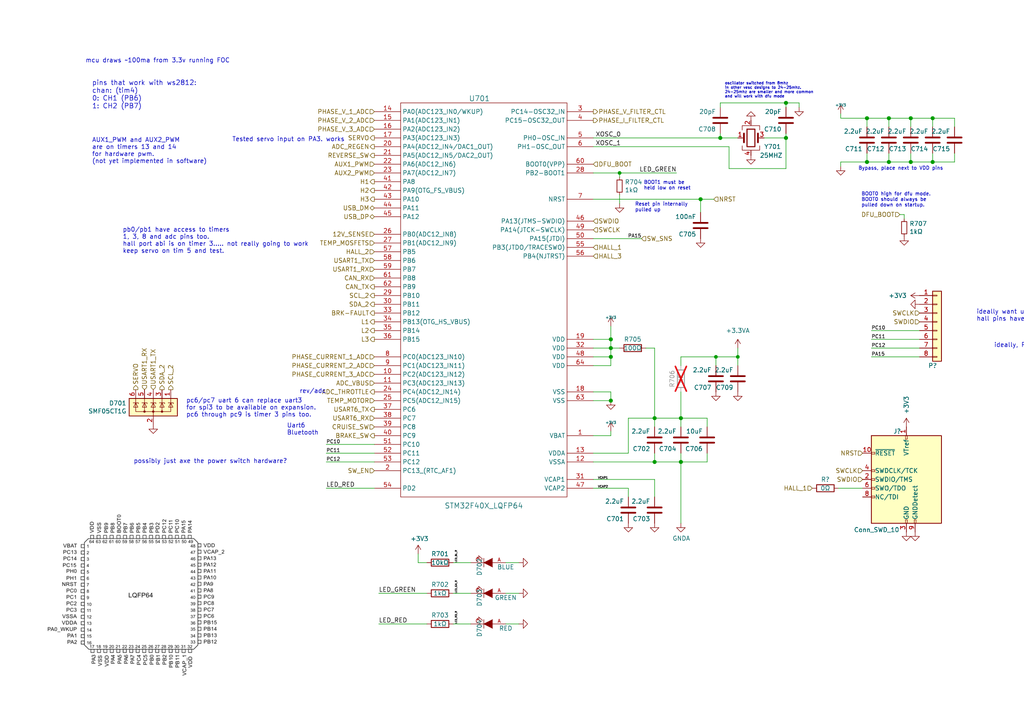
<source format=kicad_sch>
(kicad_sch (version 20230121) (generator eeschema)
  (paper "A4")
  (title_block (title "Moxie-Drive 24, VESC compatable motor controller") (date "2020-07-01") (rev "1.0") (company "Marshall Scholz"))
  (lib_symbols
    (symbol "24_control_board-rescue:+3.3V-power-MoxiE_Control_board-rescue" (power) (pin_names (offset 0))
      (property "Value" "+3.3V-power-MoxiE_Control_board-rescue" (at 0 3.556 0))
      (symbol "+3.3V-power-MoxiE_Control_board-rescue_0_1"
        (polyline (pts (xy -0.762 1.27) (xy 0 2.54)))
        (polyline (pts (xy 0 0) (xy 0 2.54)))
        (polyline (pts (xy 0 2.54) (xy 0.762 1.27)))
      )
      (symbol "+3.3V-power-MoxiE_Control_board-rescue_1_1"
        (pin power_in line (at 0 0 90) (length 0) hide (name "+3V3") (number "1"))
      )
    )
    (symbol "24_control_board-rescue:C-Device-MoxiE_Control_board-rescue" (pin_numbers hide) (pin_names (offset 0.254))
      (property "Reference" "C" (at 0.635 2.54 0))
      (property "Value" "C-Device-MoxiE_Control_board-rescue" (at 0.635 -2.54 0))
      (symbol "C-Device-MoxiE_Control_board-rescue_0_1"
        (polyline (pts (xy -2.032 -0.762) (xy 2.032 -0.762)) (stroke (width 0.508)))
        (polyline (pts (xy -2.032 0.762) (xy 2.032 0.762)) (stroke (width 0.508)))
      )
      (symbol "C-Device-MoxiE_Control_board-rescue_1_1"
        (pin passive line (at 0 3.81 270) (length 2.794) (name "~") (number "1"))
        (pin passive line (at 0 -3.81 90) (length 2.794) (name "~") (number "2"))
      )
    )
    (symbol "24_control_board-rescue:GND-power-MoxiE_Control_board-rescue" (power) (pin_names (offset 0))
      (property "Value" "GND-power-MoxiE_Control_board-rescue" (at 0 -3.81 0))
      (symbol "GND-power-MoxiE_Control_board-rescue_0_1"
        (polyline (pts (xy 0 0) (xy 0 -1.27) (xy 1.27 -1.27) (xy 0 -2.54) (xy -1.27 -1.27) (xy 0 -1.27)))
      )
      (symbol "GND-power-MoxiE_Control_board-rescue_1_1"
        (pin power_in line (at 0 0 270) (length 0) hide (name "GND") (number "1"))
      )
    )
    (symbol "24_control_board-rescue:R-Device-MoxiE_Control_board-rescue" (pin_numbers hide) (pin_names (offset 0))
      (property "Reference" "R" (at 2.032 0 90))
      (property "Value" "R-Device-MoxiE_Control_board-rescue" (at 0 0 90))
      (symbol "R-Device-MoxiE_Control_board-rescue_0_1"
        (rectangle (start -1.016 -2.54) (end 1.016 2.54) (stroke (width 0.254)))
      )
      (symbol "R-Device-MoxiE_Control_board-rescue_1_1"
        (pin passive line (at 0 3.81 270) (length 1.27) (name "~") (number "1"))
        (pin passive line (at 0 -3.81 90) (length 1.27) (name "~") (number "2"))
      )
    )
    (symbol "24_control_board-rescue:pkl_LED-pkl_device" (pin_names hide)
      (property "Reference" "D" (at 0 2.54 0))
      (property "Value" "pkl_LED-pkl_device" (at 0 -2.54 0))
      (symbol "pkl_LED-pkl_device_0_1"
        (polyline (pts (xy 1.27 1.27) (xy 1.27 -1.27)))
        (polyline (pts (xy -1.27 1.27) (xy 1.27 0) (xy -1.27 -1.27)) (fill (type outline)))
        (polyline (pts (xy 1.651 -1.016) (xy 2.794 -2.032) (xy 2.667 -1.397)))
        (polyline (pts (xy 2.032 -0.635) (xy 3.175 -1.651) (xy 3.048 -1.016)))
      )
      (symbol "pkl_LED-pkl_device_1_1"
        (pin passive line (at -5.08 0 0) (length 3.81) (name "A") (number "A"))
        (pin passive line (at 5.08 0 180) (length 3.81) (name "C") (number "C"))
      )
    )
    (symbol "Connector:Conn_ARM_JTAG_SWD_10" (pin_names (offset 1.016))
      (property "Reference" "J" (at -2.54 16.51 0))
      (property "Value" "Conn_ARM_JTAG_SWD_10" (at -2.54 13.97 0))
      (symbol "Conn_ARM_JTAG_SWD_10_0_1"
        (rectangle (start -10.16 12.7) (end 10.16 -12.7) (stroke (width 0.254)) (fill (type background)))
        (rectangle (start -2.794 -12.7) (end -2.286 -11.684))
        (rectangle (start -0.254 -12.7) (end 0.254 -11.684))
        (rectangle (start -0.254 12.7) (end 0.254 11.684))
        (rectangle (start 9.144 2.286) (end 10.16 2.794))
        (rectangle (start 10.16 -2.794) (end 9.144 -2.286))
        (rectangle (start 10.16 -0.254) (end 9.144 0.254))
        (rectangle (start 10.16 7.874) (end 9.144 7.366))
      )
      (symbol "Conn_ARM_JTAG_SWD_10_1_1"
        (rectangle (start 9.144 -5.334) (end 10.16 -4.826))
        (pin power_in line (at 0 15.24 270) (length 2.54) (name "VTref") (number "1"))
        (pin open_collector line (at 12.7 7.62 180) (length 2.54) (name "~{RESET}") (number "10"))
        (pin bidirectional line (at 12.7 0 180) (length 2.54) (name "SWDIO/TMS") (number "2"))
        (pin power_in line (at 0 -15.24 90) (length 2.54) (name "GND") (number "3"))
        (pin output line (at 12.7 2.54 180) (length 2.54) (name "SWDCLK/TCK") (number "4"))
        (pin passive line (at 0 -15.24 90) (length 2.54) hide (name "GND") (number "5"))
        (pin input line (at 12.7 -2.54 180) (length 2.54) (name "SWO/TDO") (number "6"))
        (pin no_connect line (at -10.16 0 0) (length 2.54) hide (name "KEY") (number "7"))
        (pin output line (at 12.7 -5.08 180) (length 2.54) (name "NC/TDI") (number "8"))
        (pin passive line (at -2.54 -15.24 90) (length 2.54) (name "GNDDetect") (number "9"))
      )
    )
    (symbol "Connector_Generic:Conn_01x08" (pin_names hide)
      (property "Reference" "J" (at 0 10.16 0))
      (property "Value" "Conn_01x08" (at 0 -12.7 0))
      (symbol "Conn_01x08_1_1"
        (rectangle (start -1.27 -10.033) (end 0 -10.287) (stroke (width 0.1524)))
        (rectangle (start -1.27 -7.493) (end 0 -7.747) (stroke (width 0.1524)))
        (rectangle (start -1.27 -4.953) (end 0 -5.207) (stroke (width 0.1524)))
        (rectangle (start -1.27 -2.413) (end 0 -2.667) (stroke (width 0.1524)))
        (rectangle (start -1.27 0.127) (end 0 -0.127) (stroke (width 0.1524)))
        (rectangle (start -1.27 2.667) (end 0 2.413) (stroke (width 0.1524)))
        (rectangle (start -1.27 5.207) (end 0 4.953) (stroke (width 0.1524)))
        (rectangle (start -1.27 7.747) (end 0 7.493) (stroke (width 0.1524)))
        (rectangle (start -1.27 8.89) (end 1.27 -11.43) (stroke (width 0.254)) (fill (type background)))
        (pin passive line (at -5.08 7.62 0) (length 3.81) (name "Pin_1") (number "1"))
        (pin passive line (at -5.08 5.08 0) (length 3.81) (name "Pin_2") (number "2"))
        (pin passive line (at -5.08 2.54 0) (length 3.81) (name "Pin_3") (number "3"))
        (pin passive line (at -5.08 0 0) (length 3.81) (name "Pin_4") (number "4"))
        (pin passive line (at -5.08 -2.54 0) (length 3.81) (name "Pin_5") (number "5"))
        (pin passive line (at -5.08 -5.08 0) (length 3.81) (name "Pin_6") (number "6"))
        (pin passive line (at -5.08 -7.62 0) (length 3.81) (name "Pin_7") (number "7"))
        (pin passive line (at -5.08 -10.16 0) (length 3.81) (name "Pin_8") (number "8"))
      )
    )
    (symbol "Device:C" (pin_numbers hide) (pin_names (offset 0.254))
      (property "Reference" "C" (at 0.635 2.54 0))
      (property "Value" "C" (at 0.635 -2.54 0))
      (symbol "C_0_1"
        (polyline (pts (xy -2.032 -0.762) (xy 2.032 -0.762)) (stroke (width 0.508)))
        (polyline (pts (xy -2.032 0.762) (xy 2.032 0.762)) (stroke (width 0.508)))
      )
      (symbol "C_1_1"
        (pin passive line (at 0 3.81 270) (length 2.794) (name "~") (number "1"))
        (pin passive line (at 0 -3.81 90) (length 2.794) (name "~") (number "2"))
      )
    )
    (symbol "Device:Crystal_GND24" (pin_names (offset 1.016) hide)
      (property "Reference" "Y" (at 3.175 5.08 0))
      (property "Value" "Crystal_GND24" (at 3.175 3.175 0))
      (symbol "Crystal_GND24_0_1"
        (rectangle (start -1.143 2.54) (end 1.143 -2.54) (stroke (width 0.3048)))
        (polyline (pts (xy -2.54 0) (xy -2.032 0)))
        (polyline (pts (xy -2.032 -1.27) (xy -2.032 1.27)) (stroke (width 0.508)))
        (polyline (pts (xy 0 -3.81) (xy 0 -3.556)))
        (polyline (pts (xy 0 3.556) (xy 0 3.81)))
        (polyline (pts (xy 2.032 -1.27) (xy 2.032 1.27)) (stroke (width 0.508)))
        (polyline (pts (xy 2.032 0) (xy 2.54 0)))
        (polyline (pts (xy -2.54 -2.286) (xy -2.54 -3.556) (xy 2.54 -3.556) (xy 2.54 -2.286)))
        (polyline (pts (xy -2.54 2.286) (xy -2.54 3.556) (xy 2.54 3.556) (xy 2.54 2.286)))
      )
      (symbol "Crystal_GND24_1_1"
        (pin passive line (at -3.81 0 0) (length 1.27) (name "1") (number "1"))
        (pin passive line (at 0 5.08 270) (length 1.27) (name "2") (number "2"))
        (pin passive line (at 3.81 0 180) (length 1.27) (name "3") (number "3"))
        (pin passive line (at 0 -5.08 90) (length 1.27) (name "4") (number "4"))
      )
    )
    (symbol "Device:R_Small" (pin_numbers hide) (pin_names (offset 0.254) hide)
      (property "Reference" "R" (at 0.762 0.508 0))
      (property "Value" "R_Small" (at 0.762 -1.016 0))
      (symbol "R_Small_0_1"
        (rectangle (start -0.762 1.778) (end 0.762 -1.778) (stroke (width 0.2032)))
      )
      (symbol "R_Small_1_1"
        (pin passive line (at 0 2.54 270) (length 0.762) (name "~") (number "1"))
        (pin passive line (at 0 -2.54 90) (length 0.762) (name "~") (number "2"))
      )
    )
    (symbol "MoxiE_drive_symbol_lib:STM32F40X_LQFP64"
      (property "Reference" "U" (at -1.27 58.42 0))
      (property "Value" "STM32F40X_LQFP64" (at 0 -59.69 0))
      (symbol "STM32F40X_LQFP64_0_1"
        (rectangle (start -24.13 57.15) (end 24.13 -57.15))
      )
      (symbol "STM32F40X_LQFP64_1_1"
        (pin power_in line (at 31.75 -39.37 180) (length 7.62) (name "VBAT") (number "1"))
        (pin bidirectional line (at -31.75 -21.59 0) (length 7.62) (name "PC2(ADC123_IN12)") (number "10"))
        (pin bidirectional line (at -31.75 -24.13 0) (length 7.62) (name "PC3(ADC123_IN13)") (number "11"))
        (pin power_in line (at 31.75 -46.99 180) (length 7.62) (name "VSSA") (number "12"))
        (pin power_in line (at 31.75 -44.45 180) (length 7.62) (name "VDDA") (number "13"))
        (pin bidirectional line (at -31.75 54.61 0) (length 7.62) (name "PA0(ADC123_IN0/WKUP)") (number "14"))
        (pin bidirectional line (at -31.75 52.07 0) (length 7.62) (name "PA1(ADC123_IN1)") (number "15"))
        (pin bidirectional line (at -31.75 49.53 0) (length 7.62) (name "PA2(ADC123_IN2)") (number "16"))
        (pin bidirectional line (at -31.75 46.99 0) (length 7.62) (name "PA3(ADC123_IN3)") (number "17"))
        (pin power_in line (at 31.75 -26.67 180) (length 7.62) (name "VSS") (number "18"))
        (pin power_in line (at 31.75 -11.43 180) (length 7.62) (name "VDD") (number "19"))
        (pin bidirectional line (at -31.75 -49.53 0) (length 7.62) (name "PC13_(RTC_AF1)") (number "2"))
        (pin bidirectional line (at -31.75 44.45 0) (length 7.62) (name "PA4(ADC12_IN4/DAC1_OUT)") (number "20"))
        (pin bidirectional line (at -31.75 41.91 0) (length 7.62) (name "PA5(ADC12_IN5/DAC2_OUT)") (number "21"))
        (pin bidirectional line (at -31.75 39.37 0) (length 7.62) (name "PA6(ADC12_IN6)") (number "22"))
        (pin bidirectional line (at -31.75 36.83 0) (length 7.62) (name "PA7(ADC12_IN7)") (number "23"))
        (pin bidirectional line (at -31.75 -26.67 0) (length 7.62) (name "PC4(ADC12_IN14)") (number "24"))
        (pin bidirectional line (at -31.75 -29.21 0) (length 7.62) (name "PC5(ADC12_IN15)") (number "25"))
        (pin bidirectional line (at -31.75 19.05 0) (length 7.62) (name "PB0(ADC12_IN8)") (number "26"))
        (pin bidirectional line (at -31.75 16.51 0) (length 7.62) (name "PB1(ADC12_IN9)") (number "27"))
        (pin bidirectional line (at 31.75 36.83 180) (length 7.62) (name "PB2-BOOT1") (number "28"))
        (pin bidirectional line (at -31.75 1.27 0) (length 7.62) (name "PB10") (number "29"))
        (pin bidirectional line (at 31.75 54.61 180) (length 7.62) (name "PC14-OSC32_IN") (number "3"))
        (pin bidirectional line (at -31.75 -1.27 0) (length 7.62) (name "PB11") (number "30"))
        (pin power_out line (at 31.75 -52.07 180) (length 7.62) (name "VCAP1") (number "31"))
        (pin power_in line (at 31.75 -13.97 180) (length 7.62) (name "VDD") (number "32"))
        (pin bidirectional line (at -31.75 -3.81 0) (length 7.62) (name "PB12") (number "33"))
        (pin bidirectional line (at -31.75 -6.35 0) (length 7.62) (name "PB13(OTG_HS_VBUS)") (number "34"))
        (pin bidirectional line (at -31.75 -8.89 0) (length 7.62) (name "PB14") (number "35"))
        (pin bidirectional line (at -31.75 -11.43 0) (length 7.62) (name "PB15") (number "36"))
        (pin bidirectional line (at -31.75 -31.75 0) (length 7.62) (name "PC6") (number "37"))
        (pin bidirectional line (at -31.75 -34.29 0) (length 7.62) (name "PC7") (number "38"))
        (pin bidirectional line (at -31.75 -36.83 0) (length 7.62) (name "PC8") (number "39"))
        (pin power_in line (at 31.75 52.07 180) (length 7.62) (name "PC15-OSC32_OUT") (number "4"))
        (pin bidirectional line (at -31.75 -39.37 0) (length 7.62) (name "PC9") (number "40"))
        (pin bidirectional line (at -31.75 34.29 0) (length 7.62) (name "PA8") (number "41"))
        (pin bidirectional line (at -31.75 31.75 0) (length 7.62) (name "PA9(OTG_FS_VBUS)") (number "42"))
        (pin bidirectional line (at -31.75 29.21 0) (length 7.62) (name "PA10") (number "43"))
        (pin bidirectional line (at -31.75 26.67 0) (length 7.62) (name "PA11") (number "44"))
        (pin bidirectional line (at -31.75 24.13 0) (length 7.62) (name "PA12") (number "45"))
        (pin bidirectional line (at 31.75 22.86 180) (length 7.62) (name "PA13(JTMS-SWDIO)") (number "46"))
        (pin power_out line (at 31.75 -54.61 180) (length 7.62) (name "VCAP2") (number "47"))
        (pin power_in line (at 31.75 -16.51 180) (length 7.62) (name "VDD") (number "48"))
        (pin bidirectional line (at 31.75 20.32 180) (length 7.62) (name "PA14(JTCK-SWCLK)") (number "49"))
        (pin bidirectional line (at 31.75 46.99 180) (length 7.62) (name "PH0-OSC_IN") (number "5"))
        (pin bidirectional line (at 31.75 17.78 180) (length 7.62) (name "PA15(JTDI)") (number "50"))
        (pin bidirectional line (at -31.75 -41.91 0) (length 7.62) (name "PC10") (number "51"))
        (pin bidirectional line (at -31.75 -44.45 0) (length 7.62) (name "PC11") (number "52"))
        (pin bidirectional line (at -31.75 -46.99 0) (length 7.62) (name "PC12") (number "53"))
        (pin bidirectional line (at -31.75 -54.61 0) (length 7.62) (name "PD2") (number "54"))
        (pin bidirectional line (at 31.75 15.24 180) (length 7.62) (name "PB3(JTDO/TRACESWO)") (number "55"))
        (pin bidirectional line (at 31.75 12.7 180) (length 7.62) (name "PB4(NJTRST)") (number "56"))
        (pin bidirectional line (at -31.75 13.97 0) (length 7.62) (name "PB5") (number "57"))
        (pin bidirectional line (at -31.75 11.43 0) (length 7.62) (name "PB6") (number "58"))
        (pin bidirectional line (at -31.75 8.89 0) (length 7.62) (name "PB7") (number "59"))
        (pin bidirectional line (at 31.75 44.45 180) (length 7.62) (name "PH1-OSC_OUT") (number "6"))
        (pin input line (at 31.75 39.37 180) (length 7.62) (name "BOOT0(VPP)") (number "60"))
        (pin bidirectional line (at -31.75 6.35 0) (length 7.62) (name "PB8") (number "61"))
        (pin bidirectional line (at -31.75 3.81 0) (length 7.62) (name "PB9") (number "62"))
        (pin power_in line (at 31.75 -29.21 180) (length 7.62) (name "VSS") (number "63"))
        (pin power_in line (at 31.75 -19.05 180) (length 7.62) (name "VDD") (number "64"))
        (pin bidirectional line (at 31.75 29.21 180) (length 7.62) (name "NRST") (number "7"))
        (pin bidirectional line (at -31.75 -16.51 0) (length 7.62) (name "PC0(ADC123_IN10)") (number "8"))
        (pin bidirectional line (at -31.75 -19.05 0) (length 7.62) (name "PC1(ADC123_IN11)") (number "9"))
      )
    )
    (symbol "Power_Protection:SP0505BAHT" (pin_names hide)
      (property "Reference" "D" (at 7.62 2.54 0))
      (property "Value" "SP0505BAHT" (at 7.62 0.635 0))
      (symbol "SP0505BAHT_0_0"
        (pin passive line (at 0 -5.08 90) (length 2.54) (name "A") (number "2"))
      )
      (symbol "SP0505BAHT_0_1"
        (rectangle (start -6.985 2.54) (end 6.985 -2.54) (stroke (width 0.254)) (fill (type background)))
        (circle (center -2.54 -1.27) (radius 0.254) (fill (type outline)))
        (circle (center 0 -1.27) (radius 0.254) (fill (type outline)))
        (polyline (pts (xy -5.08 2.54) (xy -5.08 1.27)))
        (polyline (pts (xy -2.54 2.54) (xy -2.54 1.27)))
        (polyline (pts (xy 0 -1.27) (xy 0 -2.54)))
        (polyline (pts (xy 0 -1.27) (xy 0 1.27)))
        (polyline (pts (xy 0 2.54) (xy 0 1.27)))
        (polyline (pts (xy 0.635 1.27) (xy 0.762 1.27)))
        (polyline (pts (xy 2.54 2.54) (xy 2.54 1.27)))
        (polyline (pts (xy 5.08 2.54) (xy 5.08 1.27)))
        (polyline (pts (xy -5.08 1.27) (xy -5.08 -1.27) (xy -2.54 -1.27)))
        (polyline (pts (xy 0.635 1.27) (xy -0.762 1.27) (xy -0.762 1.016)))
        (polyline (pts (xy 5.08 1.27) (xy 5.08 -1.27) (xy 2.54 -1.27)))
        (polyline (pts (xy -5.842 1.016) (xy -5.842 1.27) (xy -4.445 1.27) (xy -4.318 1.27)))
        (polyline (pts (xy -5.08 1.27) (xy -4.445 0) (xy -5.715 0) (xy -5.08 1.27)))
        (polyline (pts (xy -3.302 1.016) (xy -3.302 1.27) (xy -1.905 1.27) (xy -1.778 1.27)))
        (polyline (pts (xy -2.54 1.27) (xy -2.54 -1.27) (xy 2.54 -1.27) (xy 2.54 1.27)))
        (polyline (pts (xy -2.54 1.27) (xy -1.905 0) (xy -3.175 0) (xy -2.54 1.27)))
        (polyline (pts (xy 0.635 0) (xy -0.635 0) (xy 0 1.27) (xy 0.635 0)))
        (polyline (pts (xy 1.778 1.016) (xy 1.778 1.27) (xy 3.175 1.27) (xy 3.302 1.27)))
        (polyline (pts (xy 2.54 1.27) (xy 1.905 0) (xy 3.175 0) (xy 2.54 1.27)))
        (polyline (pts (xy 4.318 1.016) (xy 4.318 1.27) (xy 5.715 1.27) (xy 5.842 1.27)))
        (polyline (pts (xy 5.08 1.27) (xy 4.445 0) (xy 5.715 0) (xy 5.08 1.27)))
        (circle (center 2.54 -1.27) (radius 0.254) (fill (type outline)))
      )
      (symbol "SP0505BAHT_1_1"
        (pin passive line (at -5.08 5.08 270) (length 2.54) (name "K") (number "1"))
        (pin passive line (at -2.54 5.08 270) (length 2.54) (name "K") (number "3"))
        (pin passive line (at 0 5.08 270) (length 2.54) (name "K") (number "4"))
        (pin passive line (at 2.54 5.08 270) (length 2.54) (name "K") (number "5"))
        (pin passive line (at 5.08 5.08 270) (length 2.54) (name "K") (number "6"))
      )
    )
    (symbol "power:+3.3VA" (power) (pin_names (offset 0))
      (property "Value" "+3.3VA" (at 0 3.556 0))
      (symbol "+3.3VA_0_1"
        (polyline (pts (xy -0.762 1.27) (xy 0 2.54)))
        (polyline (pts (xy 0 0) (xy 0 2.54)))
        (polyline (pts (xy 0 2.54) (xy 0.762 1.27)))
      )
      (symbol "+3.3VA_1_1"
        (pin power_in line (at 0 0 90) (length 0) hide (name "+3.3VA") (number "1"))
      )
    )
    (symbol "power:GNDA" (power) (pin_names (offset 0))
      (property "Value" "GNDA" (at 0 -3.81 0))
      (symbol "GNDA_0_1"
        (polyline (pts (xy 0 0) (xy 0 -1.27) (xy 1.27 -1.27) (xy 0 -2.54) (xy -1.27 -1.27) (xy 0 -1.27)))
      )
      (symbol "GNDA_1_1"
        (pin power_in line (at 0 0 270) (length 0) hide (name "GNDA") (number "1"))
      )
    )
  )
  (junction (at 208.915 40.005) (diameter 1.016))
  (junction (at 257.81 34.29) (diameter 1.016))
  (junction (at 270.51 34.29) (diameter 1.016))
  (junction (at 189.865 121.285) (diameter 1.016))
  (junction (at 177.165 98.425) (diameter 1.016))
  (junction (at 177.165 116.205) (diameter 1.016))
  (junction (at 189.865 133.985) (diameter 1.016))
  (junction (at 251.46 34.29) (diameter 1.016))
  (junction (at 207.645 103.505))
  (junction (at 227.965 29.845) (diameter 1.016))
  (junction (at 197.485 133.985) (diameter 1.016))
  (junction (at 177.165 103.505) (diameter 1.016))
  (junction (at 227.965 40.005) (diameter 1.016))
  (junction (at 251.46 46.99) (diameter 1.016))
  (junction (at 257.81 46.99) (diameter 1.016))
  (junction (at 264.16 46.99) (diameter 1.016))
  (junction (at 177.165 100.965) (diameter 1.016))
  (junction (at 270.51 46.99) (diameter 1.016))
  (junction (at 179.705 50.165))
  (junction (at 197.485 121.285) (diameter 1.016))
  (junction (at 213.995 103.505))
  (junction (at 203.2 57.785) (diameter 1.016))
  (junction (at 264.16 34.29) (diameter 1.016))
  (wire (pts (xy 251.46 34.29) (xy 257.81 34.29)))
  (wire (pts (xy 187.325 100.965) (xy 189.865 100.965)))
  (wire (pts (xy 264.16 46.99) (xy 270.51 46.99)))
  (wire (pts (xy 189.865 139.065) (xy 189.865 144.145)))
  (wire (pts (xy 189.865 131.445) (xy 189.865 133.985)))
  (wire (pts (xy 108.585 131.445) (xy 94.615 131.445)))
  (wire (pts (xy 172.085 40.005) (xy 208.915 40.005)))
  (wire (pts (xy 197.485 133.985) (xy 197.485 151.765)))
  (wire (pts (xy 227.965 40.005) (xy 227.965 48.895)))
  (wire (pts (xy 203.2 57.785) (xy 207.01 57.785)))
  (wire (pts (xy 250.19 141.605) (xy 243.205 141.605)))
  (wire (pts (xy 136.525 172.085) (xy 131.445 172.085)))
  (wire (pts (xy 172.085 141.605) (xy 182.245 141.605)))
  (wire (pts (xy 197.485 131.445) (xy 197.485 133.985)))
  (wire (pts (xy 227.965 48.895) (xy 211.455 48.895)))
  (wire (pts (xy 177.165 126.365) (xy 177.165 125.095)))
  (wire (pts (xy 264.16 46.99) (xy 264.16 44.45)))
  (wire (pts (xy 172.085 42.545) (xy 211.455 42.545)))
  (wire (pts (xy 177.165 100.965) (xy 177.165 103.505)))
  (wire (pts (xy 205.105 121.285) (xy 197.485 121.285)))
  (wire (pts (xy 150.495 172.085) (xy 146.685 172.085)))
  (wire (pts (xy 197.485 133.985) (xy 205.105 133.985)))
  (wire (pts (xy 276.86 46.99) (xy 276.86 44.45)))
  (wire (pts (xy 262.255 62.23) (xy 262.255 63.5)))
  (wire (pts (xy 172.085 50.165) (xy 179.705 50.165)))
  (wire (pts (xy 182.245 121.285) (xy 182.245 131.445)))
  (wire (pts (xy 227.965 29.845) (xy 227.965 31.115)))
  (wire (pts (xy 146.685 163.195) (xy 150.495 163.195)))
  (wire (pts (xy 270.51 34.29) (xy 270.51 36.83)))
  (wire (pts (xy 182.245 141.605) (xy 182.245 144.145)))
  (wire (pts (xy 197.485 103.505) (xy 197.485 106.045)))
  (wire (pts (xy 177.165 103.505) (xy 177.165 106.045)))
  (wire (pts (xy 205.105 133.985) (xy 205.105 131.445)))
  (wire (pts (xy 182.245 121.285) (xy 189.865 121.285)))
  (wire (pts (xy 177.165 103.505) (xy 172.085 103.505)))
  (wire (pts (xy 172.085 126.365) (xy 177.165 126.365)))
  (wire (pts (xy 257.81 46.99) (xy 257.81 44.45)))
  (wire (pts (xy 260.985 62.23) (xy 262.255 62.23)))
  (wire (pts (xy 257.81 46.99) (xy 264.16 46.99)))
  (wire (pts (xy 266.7 100.965) (xy 252.73 100.965)))
  (wire (pts (xy 182.245 131.445) (xy 172.085 131.445)))
  (wire (pts (xy 257.81 34.29) (xy 257.81 36.83)))
  (wire (pts (xy 270.51 46.99) (xy 276.86 46.99)))
  (wire (pts (xy 172.085 133.985) (xy 189.865 133.985)))
  (wire (pts (xy 243.84 46.99) (xy 251.46 46.99)))
  (wire (pts (xy 243.84 48.26) (xy 243.84 46.99)))
  (wire (pts (xy 197.485 113.665) (xy 197.485 121.285)))
  (wire (pts (xy 227.965 29.845) (xy 231.775 29.845)))
  (wire (pts (xy 177.165 113.665) (xy 177.165 116.205)))
  (wire (pts (xy 208.915 31.115) (xy 208.915 29.845)))
  (wire (pts (xy 150.495 180.975) (xy 146.685 180.975)))
  (wire (pts (xy 221.615 40.005) (xy 227.965 40.005)))
  (wire (pts (xy 207.645 103.505) (xy 207.645 106.045)))
  (wire (pts (xy 243.84 34.29) (xy 251.46 34.29)))
  (wire (pts (xy 172.085 116.205) (xy 177.165 116.205)))
  (wire (pts (xy 177.165 94.615) (xy 177.165 98.425)))
  (wire (pts (xy 207.645 103.505) (xy 197.485 103.505)))
  (wire (pts (xy 172.085 113.665) (xy 177.165 113.665)))
  (wire (pts (xy 251.46 44.45) (xy 251.46 46.99)))
  (wire (pts (xy 251.46 34.29) (xy 251.46 36.83)))
  (wire (pts (xy 136.525 180.975) (xy 131.445 180.975)))
  (wire (pts (xy 172.085 139.065) (xy 189.865 139.065)))
  (wire (pts (xy 211.455 48.895) (xy 211.455 42.545)))
  (wire (pts (xy 108.585 141.605) (xy 94.615 141.605)))
  (wire (pts (xy 251.46 46.99) (xy 257.81 46.99)))
  (wire (pts (xy 213.995 103.505) (xy 213.995 106.045)))
  (wire (pts (xy 177.165 100.965) (xy 172.085 100.965)))
  (wire (pts (xy 270.51 34.29) (xy 276.86 34.29)))
  (wire (pts (xy 179.705 50.165) (xy 196.215 50.165)))
  (wire (pts (xy 243.84 33.02) (xy 243.84 34.29)))
  (wire (pts (xy 203.2 61.595) (xy 203.2 57.785)))
  (wire (pts (xy 208.915 40.005) (xy 213.995 40.005)))
  (wire (pts (xy 270.51 46.99) (xy 270.51 44.45)))
  (wire (pts (xy 123.825 180.975) (xy 109.855 180.975)))
  (wire (pts (xy 197.485 121.285) (xy 197.485 123.825)))
  (wire (pts (xy 108.585 133.985) (xy 94.615 133.985)))
  (wire (pts (xy 189.865 133.985) (xy 197.485 133.985)))
  (wire (pts (xy 172.085 98.425) (xy 177.165 98.425)))
  (wire (pts (xy 227.965 38.735) (xy 227.965 40.005)))
  (wire (pts (xy 189.865 121.285) (xy 197.485 121.285)))
  (wire (pts (xy 179.705 56.515) (xy 179.705 59.055)))
  (wire (pts (xy 205.105 123.825) (xy 205.105 121.285)))
  (wire (pts (xy 179.705 50.165) (xy 179.705 51.435)))
  (wire (pts (xy 121.285 163.195) (xy 121.285 160.655)))
  (wire (pts (xy 123.825 163.195) (xy 121.285 163.195)))
  (wire (pts (xy 266.7 103.505) (xy 252.73 103.505)))
  (wire (pts (xy 189.865 123.825) (xy 189.865 121.285)))
  (wire (pts (xy 189.865 100.965) (xy 189.865 121.285)))
  (wire (pts (xy 177.165 98.425) (xy 177.165 100.965)))
  (wire (pts (xy 108.585 128.905) (xy 94.615 128.905)))
  (wire (pts (xy 213.995 103.505) (xy 207.645 103.505)))
  (wire (pts (xy 109.855 172.085) (xy 123.825 172.085)))
  (wire (pts (xy 208.915 29.845) (xy 227.965 29.845)))
  (wire (pts (xy 257.81 34.29) (xy 264.16 34.29)))
  (wire (pts (xy 213.995 100.965) (xy 213.995 103.505)))
  (wire (pts (xy 276.86 34.29) (xy 276.86 36.83)))
  (wire (pts (xy 266.7 98.425) (xy 252.73 98.425)))
  (wire (pts (xy 266.7 95.885) (xy 252.73 95.885)))
  (wire (pts (xy 131.445 163.195) (xy 136.525 163.195)))
  (wire (pts (xy 177.165 106.045) (xy 172.085 106.045)))
  (wire (pts (xy 172.085 57.785) (xy 203.2 57.785)))
  (wire (pts (xy 177.165 100.965) (xy 179.705 100.965)))
  (wire (pts (xy 208.915 38.735) (xy 208.915 40.005)))
  (wire (pts (xy 264.16 34.29) (xy 264.16 36.83)))
  (wire (pts (xy 231.775 29.845) (xy 231.775 31.115)))
  (wire (pts (xy 264.16 34.29) (xy 270.51 34.29)))
  (wire (pts (xy 172.085 69.215) (xy 186.055 69.215)))
  (image (at 39.37 172.72))
  (text "rev/adc" (at 94.615 114.3 0) (effects (font (size 1.27 1.27)) (justify right bottom)))
  (text "pb0/pb1 have access to timers \n1, 3, 8 and adc pins too.\nhall port abi is on timer 3..... not really going to work\nkeep servo on tim 5 and test." (at 35.56 73.66 0) (effects (font (size 1.27 1.27)) (justify left bottom)))
  (text "Tested servo input on PA3. works" (at 67.31 41.275 0) (effects (font (size 1.27 1.27)) (justify left bottom)))
  (text "ideally, PA15, PC10,PC11, PC12 are unused i/o" (at 288.29 100.965 0) (effects (font (size 1.27 1.27)) (justify left bottom)))
  (text "Bypass, place next to VDD pins" (at 248.92 49.53 0) (effects (font (size 1.016 1.016)) (justify left bottom)))
  (text "mcu draws ~100ma from 3.3v running FOC\n" (at 24.765 18.415 0) (effects (font (size 1.27 1.27)) (justify left bottom)))
  (text "external pin multifunction list:\n- servo: tim9, adc\n- rev_sw: i/o, adc, dac\n- regen/rev: adc, dac\n- uart and spi ports: all can generally do uart or i2c. \n\ntim1: motor pwm\ntim2: chibios systick\ntim3: encoder ABI\ntim4: wled\ntim5: servo\ntim8: adc sync motor pwm\ntim13: aux pwm\ntim14: aux pwm" (at 300.99 60.325 0) (effects (font (size 1.27 1.27)) (justify left bottom)))
  (text "BOOT0 high for dfu mode.\nBOOT0 should always be \npulled down on startup." (at 249.809 60.198 0) (effects (font (size 1 1)) (justify left bottom)))
  (text "BOOT1 must be\nheld low on reset" (at 186.69 55.245 0) (effects (font (size 1 1)) (justify left bottom)))
  (text "Reset pin internally\npulled up" (at 184.15 61.595 0) (effects (font (size 1.016 1.016)) (justify left bottom)))
  (text "pc6/pc7 uart 6 can replace uart3 \nfor spi3 to be available on expansion.\npc6 through pc9 is timer 3 pins too.\n\n" (at 53.975 123.19 0) (effects (font (size 1.27 1.27)) (justify left bottom)))
  (text "possibly just axe the power switch hardware?" (at 38.735 134.62 0) (effects (font (size 1.27 1.27)) (justify left bottom)))
  (text "oscillator switched from 8mhz\nin other vesc designs to 24-25mhz.\n24-25mhz are smaller and more common\nand will work with dfu mode" (at 210.185 28.575 0) (effects (font (size 0.7874 0.7874)) (justify left bottom)))
  (text "pins that work with ws2812:\nchan: (tim4)\n0: CH1 (PB6) \n1: CH2 (PB7)" (at 26.67 31.75 0) (effects (font (size 1.397 1.397)) (justify left bottom)))
  (text "Uart6\nBluetooth" (at 83.185 126.365 0) (effects (font (size 1.27 1.27)) (justify left bottom)))
  (text "ideally want unused IO to have access to a hardware SPI port.\nhall pins have both spi1 and spi3. so ant spi port probably works. can just use other." (at 283.21 93.345 0) (effects (font (size 1.27 1.27)) (justify left bottom)))
  (text "AUX1_PWM and AUX2_PWM\nare on timers 13 and 14\nfor hardware pwm.\n(not yet implemented in software)" (at 26.67 47.625 0) (effects (font (size 1.27 1.27)) (justify left bottom)))
  (label "LED_GREEN" (at 196.215 50.165 180))
  (label "PC12" (at 252.73 100.965 0) (effects (font (size 1 1))))
  (label "PA15" (at 252.73 103.505 0) (effects (font (size 1 1))))
  (label "PC10" (at 252.73 95.885 0) (effects (font (size 1 1))))
  (label "VCAP2" (at 173.355 141.605 0) (effects (font (size 0.6096 0.6096))))
  (label "PC11" (at 94.615 131.445 0) (effects (font (size 1 1))))
  (label "PC12" (at 94.615 133.985 0) (effects (font (size 1 1))))
  (label "PA15" (at 186.055 69.215 180) (effects (font (size 1 1))))
  (label "XOSC_1" (at 172.72 42.545 0))
  (label "XOSC_0" (at 172.72 40.005 0))
  (label "LED_RD_R" (at 132.715 180.975 90) (effects (font (size 0.508 0.508))))
  (label "LED_RED" (at 109.855 180.975 0))
  (label "VCAP1" (at 173.355 139.065 0) (effects (font (size 0.6096 0.6096))))
  (label "LED_GREEN" (at 109.855 172.085 0))
  (label "PC10" (at 94.615 128.905 0) (effects (font (size 1 1))))
  (label "LED_BL_R" (at 132.715 163.195 90) (effects (font (size 0.508 0.508))))
  (label "LED_GN_R" (at 132.715 172.085 90) (effects (font (size 0.508 0.508))))
  (label "PC11" (at 252.73 98.425 0) (effects (font (size 1 1))))
  (label "LED_RED" (at 94.615 141.605 0))
  (hierarchical_label "PHASE_V_2_ADC" (shape input) (at 108.585 34.925 180))
  (hierarchical_label "SERVO" (shape output) (at 108.585 40.005 180))
  (hierarchical_label "PHASE_I_FILTER_CTL" (shape output) (at 172.085 34.925 0))
  (hierarchical_label "SWDIO" (shape input) (at 172.085 64.135 0))
  (hierarchical_label "SW_SNS" (shape input) (at 186.055 69.215 0))
  (hierarchical_label "ADC_THROTTLE" (shape output) (at 108.585 113.665 180))
  (hierarchical_label "CAN_RX" (shape input) (at 108.585 80.645 180))
  (hierarchical_label "H2" (shape output) (at 108.585 55.245 180))
  (hierarchical_label "L2" (shape output) (at 108.585 95.885 180))
  (hierarchical_label "PHASE_CURRENT_1_ADC" (shape input) (at 108.585 103.505 180))
  (hierarchical_label "SWDIO" (shape input) (at 250.19 139.065 180))
  (hierarchical_label "USART1_TX" (shape input) (at 44.45 113.03 90))
  (hierarchical_label "AUX2_PWM" (shape input) (at 108.585 50.165 180))
  (hierarchical_label "PHASE_V_1_ADC" (shape input) (at 108.585 32.385 180))
  (hierarchical_label "BRK-FAULT" (shape output) (at 108.585 90.805 180))
  (hierarchical_label "USART1_RX" (shape input) (at 41.91 113.03 90))
  (hierarchical_label "HALL_2" (shape input) (at 108.585 73.025 180))
  (hierarchical_label "HALL_3" (shape input) (at 172.085 74.295 0))
  (hierarchical_label "HALL_1" (shape input) (at 235.585 141.605 180))
  (hierarchical_label "SCL_2" (shape output) (at 108.585 85.725 180))
  (hierarchical_label "PHASE_CURRENT_3_ADC" (shape input) (at 108.585 108.585 180))
  (hierarchical_label "PHASE_V_FILTER_CTL" (shape output) (at 172.085 32.385 0))
  (hierarchical_label "SDA_2" (shape output) (at 108.585 88.265 180))
  (hierarchical_label "12V_SENSE" (shape input) (at 108.585 67.945 180))
  (hierarchical_label "SDA_2" (shape output) (at 46.99 113.03 90))
  (hierarchical_label "H3" (shape output) (at 108.585 57.785 180))
  (hierarchical_label "USART1_RX" (shape input) (at 108.585 78.105 180))
  (hierarchical_label "ADC_VBUS" (shape input) (at 108.585 111.125 180))
  (hierarchical_label "NRST" (shape input) (at 250.19 131.445 180))
  (hierarchical_label "USB_DM" (shape bidirectional) (at 108.585 60.325 180))
  (hierarchical_label "REVERSE_SW" (shape output) (at 108.585 45.085 180))
  (hierarchical_label "SCL_2" (shape output) (at 49.53 113.03 90))
  (hierarchical_label "TEMP_MOTOR" (shape input) (at 108.585 116.205 180))
  (hierarchical_label "AUX1_PWM" (shape input) (at 108.585 47.625 180))
  (hierarchical_label "PHASE_CURRENT_2_ADC" (shape input) (at 108.585 106.045 180))
  (hierarchical_label "DFU_BOOT" (shape input) (at 260.985 62.23 180))
  (hierarchical_label "SWCLK" (shape input) (at 266.7 90.805 180))
  (hierarchical_label "L1" (shape output) (at 108.585 93.345 180))
  (hierarchical_label "USART1_TX" (shape input) (at 108.585 75.565 180))
  (hierarchical_label "SWCLK" (shape input) (at 250.19 136.525 180))
  (hierarchical_label "ADC_REGEN" (shape output) (at 108.585 42.545 180))
  (hierarchical_label "HALL_1" (shape input) (at 172.085 71.755 0))
  (hierarchical_label "NRST" (shape input) (at 207.01 57.785 0))
  (hierarchical_label "BRAKE_SW" (shape output) (at 108.585 126.365 180))
  (hierarchical_label "SW_EN" (shape input) (at 108.585 136.525 180))
  (hierarchical_label "CRUISE_SW" (shape input) (at 108.585 123.825 180) (effects (font (size 1.2954 1.2954))))
  (hierarchical_label "DFU_BOOT" (shape input) (at 172.085 47.625 0))
  (hierarchical_label "SWDIO" (shape input) (at 266.7 93.345 180))
  (hierarchical_label "SWCLK" (shape input) (at 172.085 66.675 0))
  (hierarchical_label "USART6_TX" (shape output) (at 108.585 118.745 180))
  (hierarchical_label "CAN_TX" (shape output) (at 108.585 83.185 180))
  (hierarchical_label "PHASE_V_3_ADC" (shape input) (at 108.585 37.465 180))
  (hierarchical_label "TEMP_MOSFETS" (shape input) (at 108.585 70.485 180))
  (hierarchical_label "SERVO" (shape output) (at 39.37 113.03 90))
  (hierarchical_label "USART6_RX" (shape input) (at 108.585 121.285 180))
  (hierarchical_label "USB_DP" (shape bidirectional) (at 108.585 62.865 180))
  (hierarchical_label "L3" (shape output) (at 108.585 98.425 180))
  (hierarchical_label "H1" (shape output) (at 108.585 52.705 180))
  (symbol (lib_id "MoxiE_drive_symbol_lib:STM32F40X_LQFP64") (at 140.335 86.995 0) (unit 1)
    (property "Reference" "U701" (at 139.065 28.575 0) (effects (font (size 1.524 1.524))))
    (property "Value" "STM32F40X_LQFP64" (at 140.335 146.685 0) (effects (font (size 1.524 1.524))))
    (property "Footprint" "crf1:lqfp64_pad_mod" (effects hide))
    (property "Datasheet" "C:\\Users\\Marshall\\Dropbox\\brushless motor controller\\Schematic\\MoxiE_drive\\design\\datasheets\\stm32f405rg-956214.pdf" (effects hide))
  )
  (symbol (lib_id "24_control_board-rescue:GND-power-MoxiE_Control_board-rescue") (at 189.865 151.765 0) (unit 1)
    (property "Reference" "#PWR0711" (effects hide))
    (property "Value" "GND" (effects hide))
  )
  (symbol (lib_id "24_control_board-rescue:GND-power-MoxiE_Control_board-rescue") (at 177.165 116.205 0) (unit 1)
    (property "Reference" "#PWR0707" (effects hide))
    (property "Value" "GND" (effects hide))
  )
  (symbol (lib_id "24_control_board-rescue:+3.3V-power-MoxiE_Control_board-rescue") (at 177.165 94.615 0) (unit 1)
    (property "Reference" "#PWR0706" (effects hide))
    (property "Value" "+3.3V" (at 177.165 92.075 0) (effects (font (size 0.762 0.762))))
  )
  (symbol (lib_id "24_control_board-rescue:C-Device-MoxiE_Control_board-rescue") (at 208.915 34.925 180) (unit 1)
    (property "Reference" "C708" (at 207.645 37.465 0) (effects (justify left)))
    (property "Value" "20pF" (at 207.645 32.385 0) (effects (justify left)))
    (property "Footprint" "pkl_dipol:C_0402" (effects hide))
  )
  (symbol (lib_id "24_control_board-rescue:C-Device-MoxiE_Control_board-rescue") (at 227.965 34.925 180) (unit 1)
    (property "Reference" "C710" (at 226.695 37.465 0) (effects (justify left)))
    (property "Value" "20pF" (at 226.695 32.385 0) (effects (justify left)))
    (property "Footprint" "pkl_dipol:C_0402" (effects hide))
  )
  (symbol (lib_id "24_control_board-rescue:GND-power-MoxiE_Control_board-rescue") (at 231.775 31.115 0) (unit 1)
    (property "Reference" "#PWR0719" (effects hide))
    (property "Value" "GND" (effects hide))
  )
  (symbol (lib_id "24_control_board-rescue:+3.3V-power-MoxiE_Control_board-rescue") (at 177.165 125.095 0) (unit 1)
    (property "Reference" "#PWR0708" (effects hide))
    (property "Value" "+3.3V" (at 177.165 122.555 0) (effects (font (size 0.762 0.762))))
  )
  (symbol (lib_id "24_control_board-rescue:GND-power-MoxiE_Control_board-rescue") (at 203.2 69.215 0) (unit 1)
    (property "Reference" "#PWR0713" (effects hide))
    (property "Value" "GND" (effects hide))
  )
  (symbol (lib_id "Device:C") (at 203.2 65.405 180) (unit 1)
    (property "Reference" "C705" (at 201.93 67.945 0) (effects (justify left)))
    (property "Value" "100nF" (at 201.93 62.865 0) (effects (justify left)))
    (property "Footprint" "pkl_dipol:C_0402" (effects hide))
  )
  (symbol (lib_id "Device:C") (at 251.46 40.64 180) (unit 1)
    (property "Reference" "C711" (at 250.19 43.18 0) (effects (justify left)))
    (property "Value" "2.2uF" (at 250.19 38.1 0) (effects (justify left)))
    (property "Footprint" "pkl_dipol:C_0402" (effects hide))
  )
  (symbol (lib_id "24_control_board-rescue:GND-power-MoxiE_Control_board-rescue") (at 243.84 48.26 0) (unit 1)
    (property "Reference" "#PWR0721" (effects hide))
    (property "Value" "GND" (effects hide))
  )
  (symbol (lib_id "24_control_board-rescue:+3.3V-power-MoxiE_Control_board-rescue") (at 243.84 33.02 0) (unit 1)
    (property "Reference" "#PWR0720" (effects hide))
    (property "Value" "+3.3V" (at 243.84 30.48 0) (effects (font (size 0.762 0.762))))
  )
  (symbol (lib_id "24_control_board-rescue:GND-power-MoxiE_Control_board-rescue") (at 217.805 45.085 0) (unit 1)
    (property "Reference" "#PWR0718" (effects hide))
    (property "Value" "GND" (effects hide))
  )
  (symbol (lib_id "24_control_board-rescue:GND-power-MoxiE_Control_board-rescue") (at 182.245 151.765 0) (unit 1)
    (property "Reference" "#PWR0710" (effects hide))
    (property "Value" "GND" (effects hide))
  )
  (symbol (lib_id "24_control_board-rescue:pkl_LED-pkl_device") (at 141.605 180.975 180) (unit 1)
    (property "Reference" "D704" (at 139.065 182.245 90))
    (property "Value" "RED" (at 146.685 182.245 0))
    (property "Footprint" "pkl_dipol:D_0603" (effects hide))
  )
  (symbol (lib_id "24_control_board-rescue:GND-power-MoxiE_Control_board-rescue") (at 150.495 180.975 90) (unit 1)
    (property "Reference" "#PWR0705" (effects hide))
    (property "Value" "GND" (effects hide))
  )
  (symbol (lib_id "24_control_board-rescue:pkl_LED-pkl_device") (at 141.605 172.085 180) (unit 1)
    (property "Reference" "D703" (at 139.065 173.355 90))
    (property "Value" "GREEN" (at 146.685 173.355 0))
    (property "Footprint" "pkl_dipol:D_0603" (effects hide))
  )
  (symbol (lib_id "24_control_board-rescue:GND-power-MoxiE_Control_board-rescue") (at 150.495 172.085 90) (unit 1)
    (property "Reference" "#PWR0704" (effects hide))
    (property "Value" "GND" (effects hide))
  )
  (symbol (lib_id "24_control_board-rescue:pkl_LED-pkl_device") (at 141.605 163.195 180) (unit 1)
    (property "Reference" "D702" (at 139.065 164.465 90))
    (property "Value" "BLUE" (at 146.685 164.465 0))
    (property "Footprint" "pkl_dipol:D_0603" (effects hide))
  )
  (symbol (lib_id "24_control_board-rescue:R-Device-MoxiE_Control_board-rescue") (at 127.635 163.195 270) (unit 1)
    (property "Reference" "R701" (at 127.635 160.655 90))
    (property "Value" "10kΩ" (at 127.635 163.195 90))
    (property "Footprint" "pkl_dipol:R_0402" (effects hide))
  )
  (symbol (lib_id "24_control_board-rescue:GND-power-MoxiE_Control_board-rescue") (at 150.495 163.195 90) (unit 1)
    (property "Reference" "#PWR0703" (effects hide))
    (property "Value" "GND" (effects hide))
  )
  (symbol (lib_id "24_control_board-rescue:+3.3V-power-MoxiE_Control_board-rescue") (at 121.285 160.655 0) (unit 1)
    (property "Reference" "#PWR0702" (effects hide))
    (property "Value" "+3.3V" (at 121.666 156.2608 0))
  )
  (symbol (lib_id "24_control_board-rescue:R-Device-MoxiE_Control_board-rescue") (at 127.635 172.085 270) (unit 1)
    (property "Reference" "R702" (at 127.635 169.545 90))
    (property "Value" "1kΩ" (at 127.635 172.085 90))
    (property "Footprint" "pkl_dipol:R_0402" (effects hide))
  )
  (symbol (lib_id "24_control_board-rescue:R-Device-MoxiE_Control_board-rescue") (at 127.635 180.975 270) (unit 1)
    (property "Reference" "R703" (at 127.635 178.435 90))
    (property "Value" "1kΩ" (at 127.635 180.975 90))
    (property "Footprint" "pkl_dipol:R_0402" (effects hide))
  )
  (symbol (lib_id "power:GNDA") (at 197.485 151.765 0) (unit 1)
    (property "Reference" "#PWR0712" (effects hide))
    (property "Value" "GNDA" (at 197.612 156.1592 0))
  )
  (symbol (lib_id "Device:C") (at 257.81 40.64 180) (unit 1)
    (property "Reference" "C712" (at 256.54 43.18 0) (effects (justify left)))
    (property "Value" "2.2uF" (at 256.54 38.1 0) (effects (justify left)))
    (property "Footprint" "pkl_dipol:C_0402" (effects hide))
  )
  (symbol (lib_id "Device:C") (at 264.16 40.64 180) (unit 1)
    (property "Reference" "C713" (at 262.89 43.18 0) (effects (justify left)))
    (property "Value" "2.2uF" (at 262.89 38.1 0) (effects (justify left)))
    (property "Footprint" "pkl_dipol:C_0402" (effects hide))
  )
  (symbol (lib_id "Device:C") (at 270.51 40.64 180) (unit 1)
    (property "Reference" "C714" (at 269.24 43.18 0) (effects (justify left)))
    (property "Value" "2.2uF" (at 269.24 38.1 0) (effects (justify left)))
    (property "Footprint" "pkl_dipol:C_0402" (effects hide))
  )
  (symbol (lib_id "Device:C") (at 276.86 40.64 180) (unit 1)
    (property "Reference" "C715" (at 275.59 43.18 0) (effects (justify left)))
    (property "Value" "2.2uF" (at 275.59 38.1 0) (effects (justify left)))
    (property "Footprint" "pkl_dipol:C_0402" (effects hide))
  )
  (symbol (lib_id "Device:C") (at 189.865 127.635 180) (unit 1)
    (property "Reference" "C702" (at 188.595 130.175 0) (effects (justify left)))
    (property "Value" "2.2uF" (at 188.595 125.095 0) (effects (justify left)))
    (property "Footprint" "pkl_dipol:C_0402" (effects hide))
  )
  (symbol (lib_id "Device:C") (at 197.485 127.635 180) (unit 1)
    (property "Reference" "C704" (at 196.215 130.175 0) (effects (justify left)))
    (property "Value" "2.2uF" (at 196.215 125.095 0) (effects (justify left)))
    (property "Footprint" "pkl_dipol:C_0402" (effects hide))
  )
  (symbol (lib_id "Device:C") (at 189.865 147.955 180) (unit 1)
    (property "Reference" "C703" (at 188.595 150.495 0) (effects (justify left)))
    (property "Value" "2.2uF" (at 188.595 145.415 0) (effects (justify left)))
    (property "Footprint" "pkl_dipol:C_0402" (effects hide))
  )
  (symbol (lib_id "Device:C") (at 182.245 147.955 180) (unit 1)
    (property "Reference" "C701" (at 180.975 150.495 0) (effects (justify left)))
    (property "Value" "2.2uF" (at 180.975 145.415 0) (effects (justify left)))
    (property "Footprint" "pkl_dipol:C_0402" (effects hide))
  )
  (symbol (lib_id "Device:R_Small") (at 262.255 66.04 0) (unit 1)
    (property "Reference" "R707" (at 263.7536 64.8716 0) (effects (justify left)))
    (property "Value" "1kΩ" (at 263.7536 67.183 0) (effects (justify left)))
    (property "Footprint" "pkl_dipol:R_0402" (effects hide))
  )
  (symbol (lib_id "24_control_board-rescue:GND-power-MoxiE_Control_board-rescue") (at 262.255 68.58 0) (unit 1)
    (property "Reference" "#PWR0728" (effects hide))
    (property "Value" "GND" (effects hide))
  )
  (symbol (lib_id "Power_Protection:SP0505BAHT") (at 44.45 118.11 0) (mirror y) (unit 1)
    (property "Reference" "D701" (at 36.703 116.9416 0) (effects (justify left)))
    (property "Value" " SMF05CT1G" (at 36.703 119.253 0) (effects (justify left)))
    (property "Footprint" "Package_TO_SOT_SMD:SOT-363_SC-70-6" (effects hide))
    (property "Datasheet" "http://www.littelfuse.com/~/media/files/littelfuse/technical%20resources/documents/data%20sheets/sp05xxba.pdf" (effects hide))
  )
  (symbol (lib_id "24_control_board-rescue:GND-power-MoxiE_Control_board-rescue") (at 44.45 123.19 0) (unit 1)
    (property "Reference" "#PWR0701" (effects hide))
    (property "Value" "GND" (effects hide))
  )
  (symbol (lib_id "Connector:Conn_ARM_JTAG_SWD_10") (at 262.89 139.065 0) (mirror y) (unit 1)
    (property "Reference" "J?" (at 259.08 125.095 0) (effects (justify right)))
    (property "Value" "Conn_SWD_10" (at 247.65 153.67 0) (effects (justify right)))
    (property "Footprint" "Connector_PinHeader_1.27mm:PinHeader_2x05_P1.27mm_Vertical_SMD" (effects hide))
    (property "Datasheet" "http://infocenter.arm.com/help/topic/com.arm.doc.ddi0314h/DDI0314H_coresight_components_trm.pdf" (effects hide))
  )
  (symbol (lib_id "24_control_board-rescue:GND-power-MoxiE_Control_board-rescue") (at 265.43 154.305 0) (mirror y) (unit 1)
    (property "Reference" "#PWR?" (effects hide))
    (property "Value" "GND" (effects hide))
  )
  (symbol (lib_id "24_control_board-rescue:GND-power-MoxiE_Control_board-rescue") (at 266.7 88.265 270) (mirror x) (unit 1)
    (property "Reference" "#PWR?" (effects hide))
    (property "Value" "GND" (effects hide))
  )
  (symbol (lib_id "Device:C") (at 207.645 109.855 180) (unit 1)
    (property "Reference" "C707" (at 206.375 112.395 0) (effects (justify left)))
    (property "Value" "2.2uF" (at 206.375 107.315 0) (effects (justify left)))
    (property "Footprint" "pkl_dipol:C_0402" (effects hide))
  )
  (symbol (lib_id "Device:C") (at 213.995 109.855 180) (unit 1)
    (property "Reference" "C709" (at 212.725 112.395 0) (effects (justify left)))
    (property "Value" "2.2uF" (at 212.725 107.315 0) (effects (justify left)))
    (property "Footprint" "pkl_dipol:C_0402" (effects hide))
  )
  (symbol (lib_id "24_control_board-rescue:R-Device-MoxiE_Control_board-rescue") (at 239.395 141.605 90) (mirror x) (unit 1)
    (property "Reference" "R?" (at 239.395 139.065 90))
    (property "Value" "0Ω" (at 239.395 141.605 90))
    (property "Footprint" "pkl_dipol:R_0402" (effects hide))
  )
  (symbol (lib_id "24_control_board-rescue:GND-power-MoxiE_Control_board-rescue") (at 207.645 113.665 0) (unit 1)
    (property "Reference" "#PWR0714" (effects hide))
    (property "Value" "GND" (effects hide))
  )
  (symbol (lib_id "24_control_board-rescue:R-Device-MoxiE_Control_board-rescue") (at 197.485 109.855 0) (unit 1) (dnp yes)
    (property "Reference" "R706" (at 194.945 109.855 90))
    (property "Value" "NP" (at 197.485 109.855 90))
    (property "Footprint" "pkl_dipol:R_0402" (effects hide))
  )
  (symbol (lib_id "24_control_board-rescue:GND-power-MoxiE_Control_board-rescue") (at 262.89 154.305 0) (mirror y) (unit 1)
    (property "Reference" "#PWR?" (effects hide))
    (property "Value" "GND" (effects hide))
  )
  (symbol (lib_id "Connector_Generic:Conn_01x08") (at 271.78 93.345 0) (unit 1)
    (property "Reference" "P?" (at 270.51 106.045 0))
    (property "Value" "Conn_01x08" (effects hide))
    (property "Footprint" "Connector_JST:JST_GH_BM08B-GHS-TBT_1x08-1MP_P1.25mm_Vertical" (effects hide))
  )
  (symbol (lib_id "24_control_board-rescue:+3.3V-power-MoxiE_Control_board-rescue") (at 262.89 123.825 0) (mirror y) (unit 1)
    (property "Reference" "#PWR?" (effects hide))
    (property "Value" "+3.3V" (at 262.89 117.475 90))
  )
  (symbol (lib_id "24_control_board-rescue:GND-power-MoxiE_Control_board-rescue") (at 213.995 113.665 0) (unit 1)
    (property "Reference" "#PWR0716" (effects hide))
    (property "Value" "GND" (effects hide))
  )
  (symbol (lib_id "24_control_board-rescue:+3.3V-power-MoxiE_Control_board-rescue") (at 266.7 85.725 90) (mirror x) (unit 1)
    (property "Reference" "#PWR?" (effects hide))
    (property "Value" "+3.3V" (at 260.35 85.725 90))
  )
  (symbol (lib_id "Device:Crystal_GND24") (at 217.805 40.005 0) (unit 1)
    (property "Reference" "Y701" (at 221.615 42.545 0) (effects (justify left)))
    (property "Value" "25MHZ" (at 220.345 45.0849 0) (effects (justify left)))
    (property "Footprint" "Oscillator:Oscillator_SMD_EuroQuartz_XO32-4Pin_3.2x2.5mm" (effects hide))
  )
  (symbol (lib_id "Device:C") (at 205.105 127.635 180) (unit 1)
    (property "Reference" "C706" (at 203.835 130.175 0) (effects (justify left)))
    (property "Value" "10uF" (at 203.835 125.095 0) (effects (justify left)))
    (property "Footprint" "Capacitor_SMD:C_0603_1608Metric" (effects hide))
  )
  (symbol (lib_id "24_control_board-rescue:GND-power-MoxiE_Control_board-rescue") (at 179.705 59.055 0) (unit 1)
    (property "Reference" "#PWR0709" (effects hide))
    (property "Value" "GND" (effects hide))
  )
  (symbol (lib_id "24_control_board-rescue:GND-power-MoxiE_Control_board-rescue") (at 217.805 34.925 180) (unit 1)
    (property "Reference" "#PWR0717" (effects hide))
    (property "Value" "GND" (effects hide))
  )
  (symbol (lib_id "Device:R_Small") (at 179.705 53.975 0) (unit 1)
    (property "Reference" "R704" (at 181.2036 52.8066 0) (effects (justify left)))
    (property "Value" "1kΩ" (at 181.2036 55.118 0) (effects (justify left)))
    (property "Footprint" "pkl_dipol:R_0402" (effects hide))
  )
  (symbol (lib_id "24_control_board-rescue:R-Device-MoxiE_Control_board-rescue") (at 183.515 100.965 270) (unit 1)
    (property "Reference" "R705" (at 183.515 98.425 90))
    (property "Value" "100Ω" (at 183.515 100.965 90))
    (property "Footprint" "pkl_dipol:R_0402" (effects hide))
  )
  (symbol (lib_id "power:+3.3VA") (at 213.995 100.965 0) (unit 1)
    (property "Reference" "#PWR0715" (effects hide))
    (property "Value" "+3.3VA" (at 213.995 95.885 0))
  )
)
</source>
